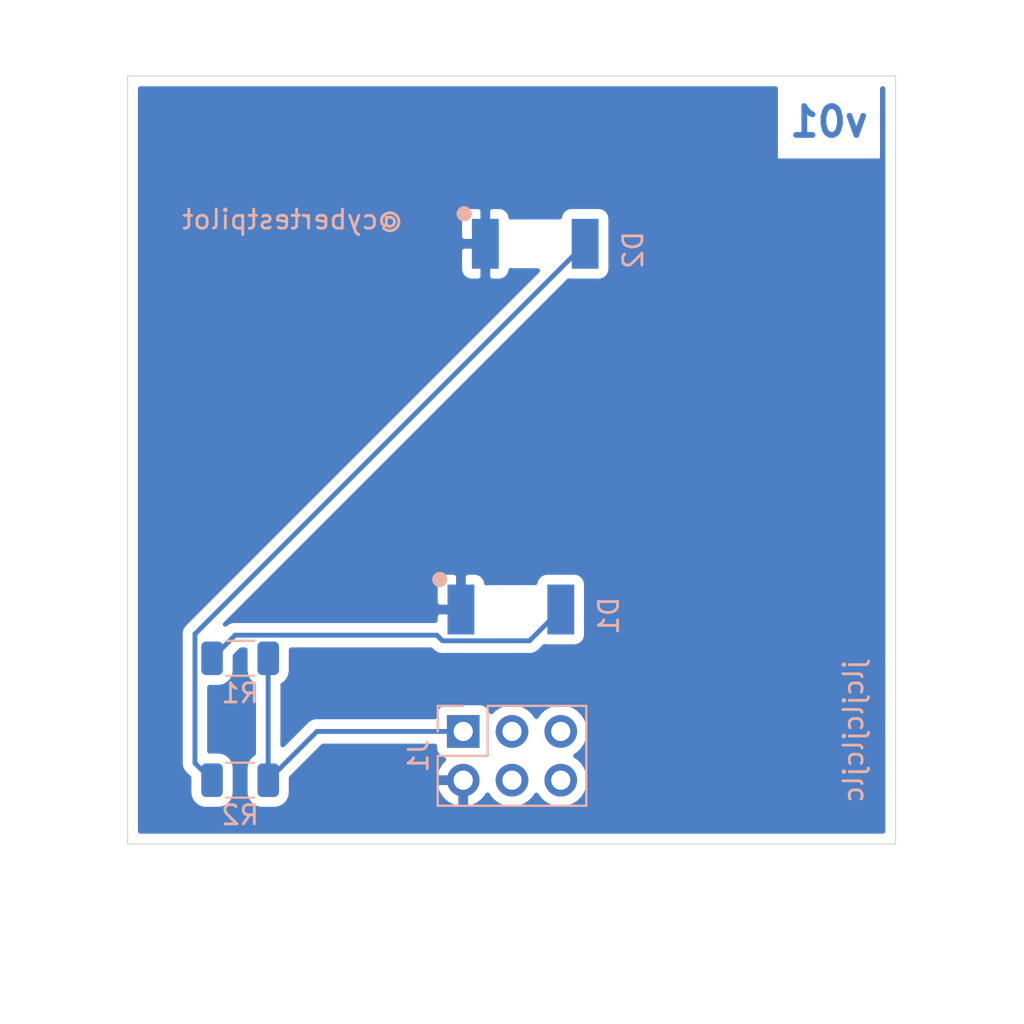
<source format=kicad_pcb>
(kicad_pcb (version 20211014) (generator pcbnew)
  (layers (0 "F.Cu" signal) (31 "B.Cu" signal) (34 "B.Paste" user) (35 "F.Paste" user) (36 "B.SilkS" user "B.Silkscreen") (37 "F.SilkS" user "F.Silkscreen") (38 "B.Mask" user) (39 "F.Mask" user) (44 "Edge.Cuts" user))
  (net 0 "")
  (net 1 "Net-(D1-Pad2)")
  (net 2 "GND")
  (net 3 "Net-(D2-Pad2)")
  (net 4 "Net-(J1-Pad1)")
  (net 5 "Net-(J1-Pad3)")
  (net 6 "Net-(J1-Pad4)")
  (net 7 "Net-(J1-Pad5)")
  (net 8 "Net-(J1-Pad6)")
  (footprint "Master_Warning:master_warning" (layer "F.Cu") (at 160.728956 89.510401)
    (fp_text reference "svg2mod" hide)
    (fp_text value "G***" hide)
  )
  (footprint "sunled:XZMYK45WT-9" (layer "B.Cu") (at 159.96 97.79)
    (fp_text reference "D1" (at 5.10286 0.32512 -270) (layer "B.SilkS") (effects (justify mirror)))
    (fp_text value "LED" hide)
    (fp_circle (center -3.69824 -1.5621) (end -3.49824 -1.5621) (layer "B.SilkS") (width 0.4) (fill none))
    (pad "1" smd rect locked (at -2.6 0) (size 1.4 2.6) (layers "B.Cu" "B.Paste" "B.Mask") (net 2 "GND"))
    (pad "2" smd rect locked (at 2.6 0) (size 1.4 2.6) (layers "B.Cu" "B.Paste" "B.Mask") (net 1 "Net-(D1-Pad2)"))
  )
  (footprint "sunled:XZMYK45WT-9" (layer "B.Cu") (at 161.23 78.74)
    (fp_text reference "D2" (at 5.10286 0.32512 -270) (layer "B.SilkS") (effects (justify mirror)))
    (fp_text value "LED" hide)
    (fp_circle (center -3.69824 -1.5621) (end -3.49824 -1.5621) (layer "B.SilkS") (width 0.4) (fill none))
    (pad "1" smd rect locked (at -2.6 0) (size 1.4 2.6) (layers "B.Cu" "B.Paste" "B.Mask") (net 2 "GND"))
    (pad "2" smd rect locked (at 2.6 0) (size 1.4 2.6) (layers "B.Cu" "B.Paste" "B.Mask") (net 3 "Net-(D2-Pad2)"))
  )
  (footprint "Resistor_SMD:R_1206_3216Metric" (layer "B.Cu") (at 145.8575 100.33)
    (fp_text reference "R1" (at 0 1.82) (layer "B.SilkS") (effects (justify mirror)))
    (fp_text value "330")
    (fp_line (start -0.727064 -0.91) (end 0.727064 -0.91) (layer "B.SilkS") (width 0.12))
    (fp_line (start -0.727064 0.91) (end 0.727064 0.91) (layer "B.SilkS") (width 0.12))
    (pad "1" smd roundrect locked (at -1.4625 0) (size 1.125 1.75) (layers "B.Cu" "B.Paste" "B.Mask") (roundrect_rratio 0.2222204444) (net 1 "Net-(D1-Pad2)"))
    (pad "2" smd roundrect locked (at 1.4625 0) (size 1.125 1.75) (layers "B.Cu" "B.Paste" "B.Mask") (roundrect_rratio 0.2222204444) (net 4 "Net-(J1-Pad1)"))
  )
  (footprint "Resistor_SMD:R_1206_3216Metric" (layer "B.Cu") (at 145.8575 106.68)
    (fp_text reference "R2" (at 0 1.82) (layer "B.SilkS") (effects (justify mirror)))
    (fp_text value "300")
    (fp_line (start -0.727064 -0.91) (end 0.727064 -0.91) (layer "B.SilkS") (width 0.12))
    (fp_line (start -0.727064 0.91) (end 0.727064 0.91) (layer "B.SilkS") (width 0.12))
    (pad "1" smd roundrect locked (at -1.4625 0) (size 1.125 1.75) (layers "B.Cu" "B.Paste" "B.Mask") (roundrect_rratio 0.2222204444) (net 3 "Net-(D2-Pad2)"))
    (pad "2" smd roundrect locked (at 1.4625 0) (size 1.125 1.75) (layers "B.Cu" "B.Paste" "B.Mask") (roundrect_rratio 0.2222204444) (net 4 "Net-(J1-Pad1)"))
  )
  (footprint "Connector_PinHeader_2.54mm:PinHeader_2x03_P2.54mm_Vertical" (layer "B.Cu") (at 157.48 104.14 -90)
    (fp_text reference "J1" (at 1.27 2.33 -90) (layer "B.SilkS") (effects (justify mirror)))
    (fp_text value "Conn_02x03_Counter_Clockwise")
    (fp_line (start -1.33 -6.41) (end 3.87 -6.41) (layer "B.SilkS") (width 0.12))
    (fp_line (start 3.87 1.33) (end 3.87 -6.41) (layer "B.SilkS") (width 0.12))
    (fp_line (start -1.33 1.33) (end 0 1.33) (layer "B.SilkS") (width 0.12))
    (fp_line (start 1.27 -1.27) (end 1.27 1.33) (layer "B.SilkS") (width 0.12))
    (fp_line (start 1.27 1.33) (end 3.87 1.33) (layer "B.SilkS") (width 0.12))
    (fp_line (start -1.33 -1.27) (end 1.27 -1.27) (layer "B.SilkS") (width 0.12))
    (fp_line (start -1.33 -1.27) (end -1.33 -6.41) (layer "B.SilkS") (width 0.12))
    (fp_line (start -1.33 0) (end -1.33 1.33) (layer "B.SilkS") (width 0.12))
    (pad "1" thru_hole rect locked (at 0 0 270) (size 1.7 1.7) (drill 1) (layers *.Cu *.Mask) (net 4 "Net-(J1-Pad1)"))
    (pad "2" thru_hole oval locked (at 2.54 0 270) (size 1.7 1.7) (drill 1) (layers *.Cu *.Mask) (net 2 "GND"))
    (pad "3" thru_hole oval locked (at 0 -2.54 270) (size 1.7 1.7) (drill 1) (layers *.Cu *.Mask) (net 5 "Net-(J1-Pad3)"))
    (pad "4" thru_hole oval locked (at 2.54 -2.54 270) (size 1.7 1.7) (drill 1) (layers *.Cu *.Mask) (net 6 "Net-(J1-Pad4)"))
    (pad "5" thru_hole oval locked (at 0 -5.08 270) (size 1.7 1.7) (drill 1) (layers *.Cu *.Mask) (net 7 "Net-(J1-Pad5)"))
    (pad "6" thru_hole oval locked (at 2.54 -5.08 270) (size 1.7 1.7) (drill 1) (layers *.Cu *.Mask) (net 8 "Net-(J1-Pad6)"))
  )
  (gr_line (start 180 110) (end 140 110) (layer "Edge.Cuts") (width 0.05))
  (gr_line (start 180 70) (end 180 110) (layer "Edge.Cuts") (width 0.05))
  (gr_line (start 140 70) (end 180 70) (layer "Edge.Cuts") (width 0.05))
  (gr_line (start 140 70) (end 140 110) (layer "Edge.Cuts") (width 0.05))
  (gr_text "v01\n" (at 176.53 72.39) (layer "B.Cu") (effects (font (size 1.5 1.5) (thickness 0.3)) (justify mirror)))
  (gr_text "@cybertestpilot" (at 148.59 77.47) (layer "B.SilkS") (effects (font (size 1 1)) (justify mirror)))
  (gr_text "jlcjlcjlcjlc" (at 177.8 104.14 90) (layer "B.SilkS") (effects (font (size 1 1)) (justify mirror)))
  (segment (start 145.59701 99.12799) (end 156.109388 99.12799) (width 0.254) (layer "B.Cu") (net 1))
  (segment (start 144.395 100.33) (end 145.59701 99.12799) (width 0.254) (layer "B.Cu") (net 1))
  (segment (start 160.932999 99.417001) (end 162.56 97.79) (width 0.254) (layer "B.Cu") (net 1))
  (segment (start 156.109388 99.12799) (end 156.398399 99.417001) (width 0.254) (layer "B.Cu") (net 1))
  (segment (start 156.398399 99.417001) (end 160.932999 99.417001) (width 0.254) (layer "B.Cu") (net 1))
  (segment (start 143.50549 99.06451) (end 163.83 78.74) (width 0.254) (layer "B.Cu") (net 3))
  (segment (start 144.395 106.68) (end 143.50549 105.79049) (width 0.254) (layer "B.Cu") (net 3))
  (segment (start 143.50549 105.79049) (end 143.50549 99.06451) (width 0.254) (layer "B.Cu") (net 3))
  (segment (start 147.32 106.68) (end 147.32 100.33) (width 0.254) (layer "B.Cu") (net 4))
  (segment (start 157.48 104.14) (end 149.86 104.14) (width 0.254) (layer "B.Cu") (net 4))
  (segment (start 149.86 104.14) (end 147.32 106.68) (width 0.254) (layer "B.Cu") (net 4))
  (zone (net 2) (net_name "GND") (layer "B.Cu") (connect_pads (clearance 0.508)) (min_thickness 0.254) (fill yes (thermal_gap 0.508) (thermal_bridge_width 0.508))
    (polygon (pts (xy 186.69 119.38) (xy 133.35 116.84) (xy 137.16 67.31) (xy 185.42 66.04)))
  )
  (zone (net 0) (net_name "") (layer "B.Cu") (connect_pads (clearance 0)) (min_thickness 0.254)
    (keepout (tracks not_allowed) (vias not_allowed) (pads allowed) (copperpour not_allowed) (footprints allowed))
    (fill (thermal_gap 0.508) (thermal_bridge_width 0.508))
    (polygon (pts (xy 162.56 80.01) (xy 160.02 80.01) (xy 160.02 77.47) (xy 162.56 77.47)))
  )
  (zone (net 0) (net_name "") (layer "B.Cu") (connect_pads (clearance 0)) (min_thickness 0.254)
    (keepout (tracks allowed) (vias not_allowed) (pads allowed) (copperpour not_allowed) (footprints allowed))
    (fill (thermal_gap 0.508) (thermal_bridge_width 0.508))
    (polygon (pts (xy 161.29 99.06) (xy 158.75 99.06) (xy 158.75 96.52) (xy 161.29 96.52)))
  )
)
</source>
